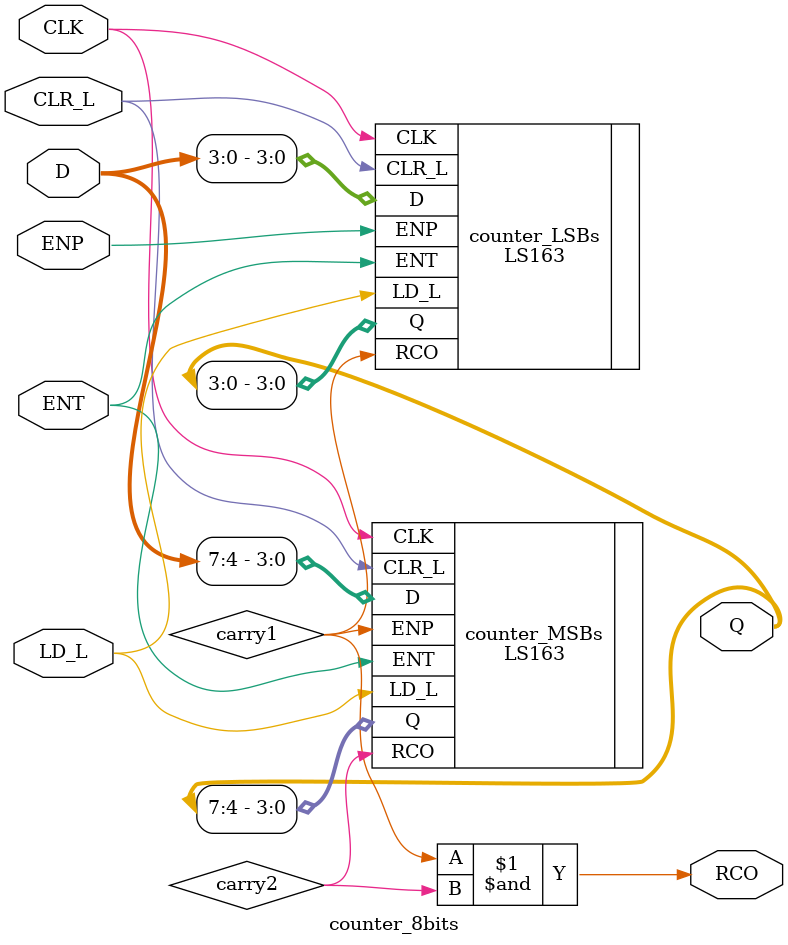
<source format=v>
module counter_8bits(
    input CLK,
    input CLR_L,
    input LD_L,
    input ENP,
    input ENT,
    input [7:0] D,
    output [7:0] Q,
    output RCO
    );

    wire carry1, carry2;

    LS163 counter_LSBs(
            .CLK(CLK), .CLR_L(CLR_L), .LD_L(LD_L), .ENP(ENP), .ENT(ENT),
            .D(D[3:0]), .Q(Q[3:0]), .RCO(carry1)
        ),
        counter_MSBs(
            .CLK(CLK), .CLR_L(CLR_L), .LD_L(LD_L), .ENP(carry1), .ENT(ENT),
            .D(D[7:4]), .Q(Q[7:4]), .RCO(carry2)
        );
    
    // RCO only valid when both carry1 and carry2 are valid
    and carry_out(RCO, carry1, carry2);

endmodule
</source>
